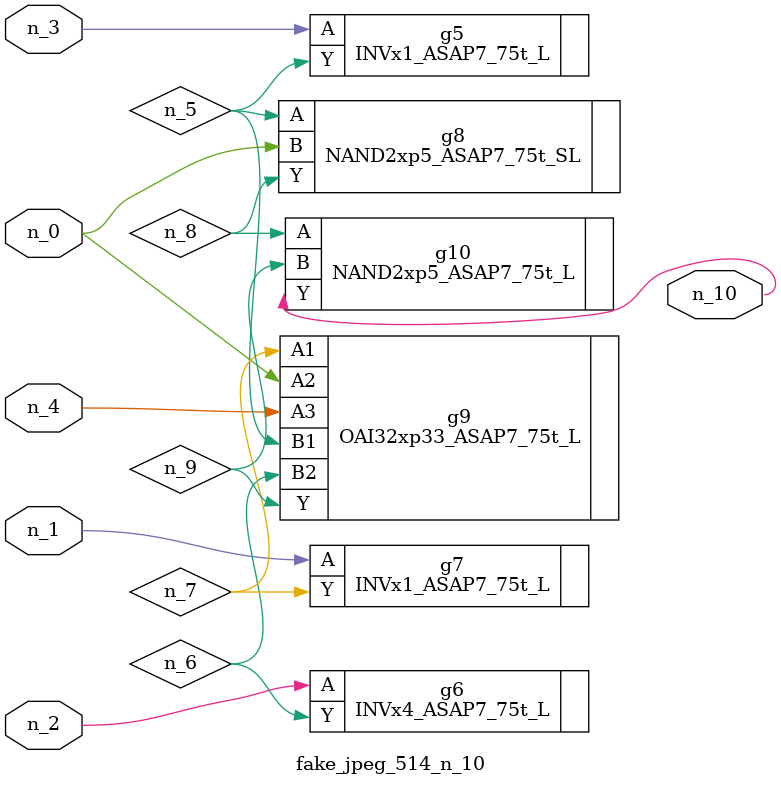
<source format=v>
module fake_jpeg_514_n_10 (n_3, n_2, n_1, n_0, n_4, n_10);

input n_3;
input n_2;
input n_1;
input n_0;
input n_4;

output n_10;

wire n_8;
wire n_9;
wire n_6;
wire n_5;
wire n_7;

INVx1_ASAP7_75t_L g5 ( 
.A(n_3),
.Y(n_5)
);

INVx4_ASAP7_75t_L g6 ( 
.A(n_2),
.Y(n_6)
);

INVx1_ASAP7_75t_L g7 ( 
.A(n_1),
.Y(n_7)
);

NAND2xp5_ASAP7_75t_SL g8 ( 
.A(n_5),
.B(n_0),
.Y(n_8)
);

NAND2xp5_ASAP7_75t_L g10 ( 
.A(n_8),
.B(n_9),
.Y(n_10)
);

OAI32xp33_ASAP7_75t_L g9 ( 
.A1(n_7),
.A2(n_0),
.A3(n_4),
.B1(n_5),
.B2(n_6),
.Y(n_9)
);


endmodule
</source>
